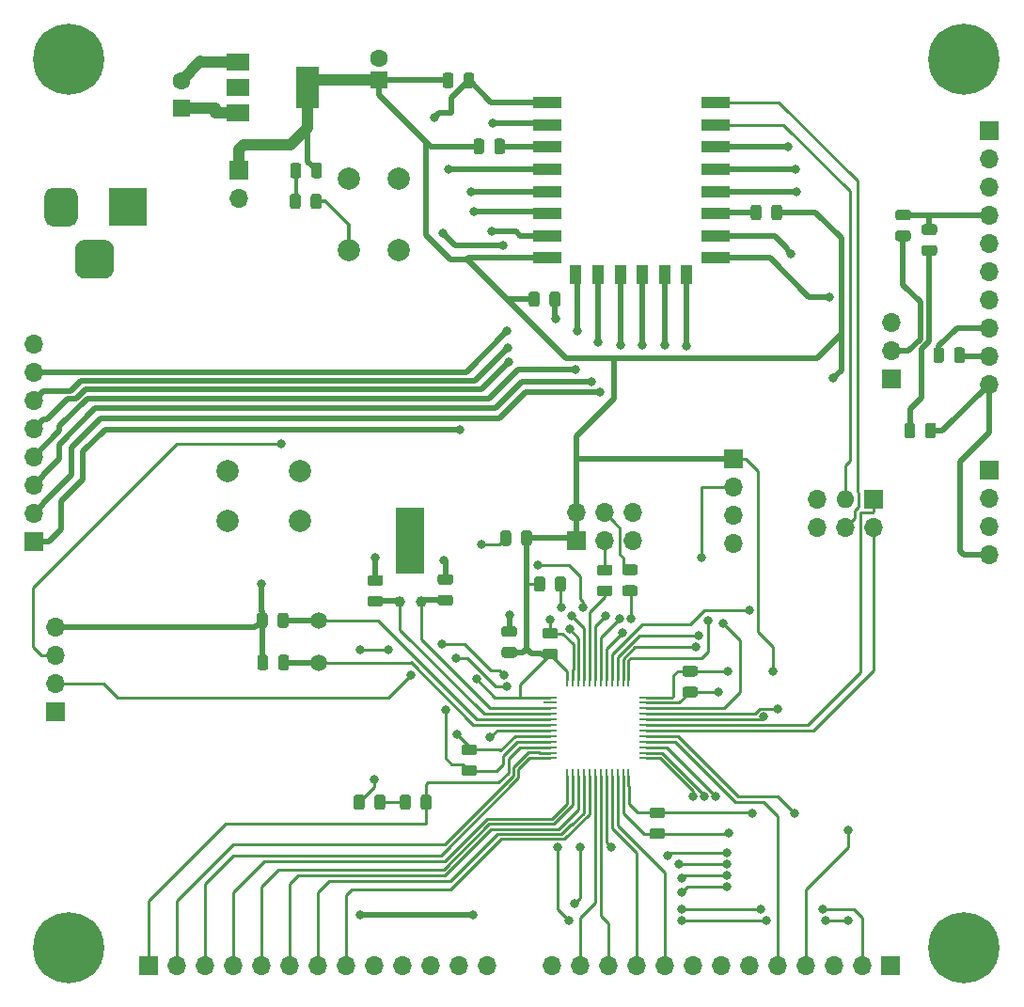
<source format=gbr>
G04 #@! TF.GenerationSoftware,KiCad,Pcbnew,(5.1.6)-1*
G04 #@! TF.CreationDate,2020-10-12T10:23:52+03:00*
G04 #@! TF.ProjectId,STM32_ESP8266_devboard,53544d33-325f-4455-9350-383236365f64,rev?*
G04 #@! TF.SameCoordinates,Original*
G04 #@! TF.FileFunction,Copper,L1,Top*
G04 #@! TF.FilePolarity,Positive*
%FSLAX46Y46*%
G04 Gerber Fmt 4.6, Leading zero omitted, Abs format (unit mm)*
G04 Created by KiCad (PCBNEW (5.1.6)-1) date 2020-10-12 10:23:52*
%MOMM*%
%LPD*%
G01*
G04 APERTURE LIST*
G04 #@! TA.AperFunction,SMDPad,CuDef*
%ADD10R,2.500000X1.000000*%
G04 #@! TD*
G04 #@! TA.AperFunction,SMDPad,CuDef*
%ADD11R,1.000000X1.800000*%
G04 #@! TD*
G04 #@! TA.AperFunction,ComponentPad*
%ADD12C,6.400000*%
G04 #@! TD*
G04 #@! TA.AperFunction,ComponentPad*
%ADD13R,1.600000X1.600000*%
G04 #@! TD*
G04 #@! TA.AperFunction,ComponentPad*
%ADD14C,1.600000*%
G04 #@! TD*
G04 #@! TA.AperFunction,ComponentPad*
%ADD15R,1.700000X1.700000*%
G04 #@! TD*
G04 #@! TA.AperFunction,ComponentPad*
%ADD16O,1.700000X1.700000*%
G04 #@! TD*
G04 #@! TA.AperFunction,ComponentPad*
%ADD17O,1.600000X1.600000*%
G04 #@! TD*
G04 #@! TA.AperFunction,ComponentPad*
%ADD18R,3.500000X3.500000*%
G04 #@! TD*
G04 #@! TA.AperFunction,ComponentPad*
%ADD19C,2.000000*%
G04 #@! TD*
G04 #@! TA.AperFunction,SMDPad,CuDef*
%ADD20R,1.300000X0.250000*%
G04 #@! TD*
G04 #@! TA.AperFunction,SMDPad,CuDef*
%ADD21R,0.250000X1.300000*%
G04 #@! TD*
G04 #@! TA.AperFunction,SMDPad,CuDef*
%ADD22R,2.000000X3.800000*%
G04 #@! TD*
G04 #@! TA.AperFunction,SMDPad,CuDef*
%ADD23R,2.000000X1.500000*%
G04 #@! TD*
G04 #@! TA.AperFunction,ComponentPad*
%ADD24C,1.500000*%
G04 #@! TD*
G04 #@! TA.AperFunction,ComponentPad*
%ADD25C,1.000000*%
G04 #@! TD*
G04 #@! TA.AperFunction,SMDPad,CuDef*
%ADD26R,2.500000X6.000000*%
G04 #@! TD*
G04 #@! TA.AperFunction,ViaPad*
%ADD27C,0.800000*%
G04 #@! TD*
G04 #@! TA.AperFunction,Conductor*
%ADD28C,0.500000*%
G04 #@! TD*
G04 #@! TA.AperFunction,Conductor*
%ADD29C,1.000000*%
G04 #@! TD*
G04 #@! TA.AperFunction,Conductor*
%ADD30C,0.250000*%
G04 #@! TD*
G04 #@! TA.AperFunction,Conductor*
%ADD31C,0.300000*%
G04 #@! TD*
G04 APERTURE END LIST*
D10*
X168200000Y-57900000D03*
X168200000Y-59900000D03*
X168200000Y-61900000D03*
X168200000Y-63900000D03*
X168200000Y-65900000D03*
X168200000Y-67900000D03*
X168200000Y-69900000D03*
X168200000Y-71900000D03*
D11*
X170800000Y-73400000D03*
X172800000Y-73400000D03*
X174800000Y-73400000D03*
X176800000Y-73400000D03*
X178800000Y-73400000D03*
X180800000Y-73400000D03*
D10*
X183400000Y-71900000D03*
X183400000Y-69900000D03*
X183400000Y-67900000D03*
X183400000Y-65900000D03*
X183400000Y-63900000D03*
X183400000Y-61900000D03*
X183400000Y-59900000D03*
X183400000Y-57900000D03*
D12*
X125095000Y-133985000D03*
X205740000Y-133985000D03*
X205740000Y-53975000D03*
G04 #@! TA.AperFunction,SMDPad,CuDef*
G36*
G01*
X160743750Y-115697500D02*
X161656250Y-115697500D01*
G75*
G02*
X161900000Y-115941250I0J-243750D01*
G01*
X161900000Y-116428750D01*
G75*
G02*
X161656250Y-116672500I-243750J0D01*
G01*
X160743750Y-116672500D01*
G75*
G02*
X160500000Y-116428750I0J243750D01*
G01*
X160500000Y-115941250D01*
G75*
G02*
X160743750Y-115697500I243750J0D01*
G01*
G37*
G04 #@! TD.AperFunction*
G04 #@! TA.AperFunction,SMDPad,CuDef*
G36*
G01*
X160743750Y-117572500D02*
X161656250Y-117572500D01*
G75*
G02*
X161900000Y-117816250I0J-243750D01*
G01*
X161900000Y-118303750D01*
G75*
G02*
X161656250Y-118547500I-243750J0D01*
G01*
X160743750Y-118547500D01*
G75*
G02*
X160500000Y-118303750I0J243750D01*
G01*
X160500000Y-117816250D01*
G75*
G02*
X160743750Y-117572500I243750J0D01*
G01*
G37*
G04 #@! TD.AperFunction*
G04 #@! TA.AperFunction,SMDPad,CuDef*
G36*
G01*
X144917500Y-104073750D02*
X144917500Y-104986250D01*
G75*
G02*
X144673750Y-105230000I-243750J0D01*
G01*
X144186250Y-105230000D01*
G75*
G02*
X143942500Y-104986250I0J243750D01*
G01*
X143942500Y-104073750D01*
G75*
G02*
X144186250Y-103830000I243750J0D01*
G01*
X144673750Y-103830000D01*
G75*
G02*
X144917500Y-104073750I0J-243750D01*
G01*
G37*
G04 #@! TD.AperFunction*
G04 #@! TA.AperFunction,SMDPad,CuDef*
G36*
G01*
X143042500Y-104073750D02*
X143042500Y-104986250D01*
G75*
G02*
X142798750Y-105230000I-243750J0D01*
G01*
X142311250Y-105230000D01*
G75*
G02*
X142067500Y-104986250I0J243750D01*
G01*
X142067500Y-104073750D01*
G75*
G02*
X142311250Y-103830000I243750J0D01*
G01*
X142798750Y-103830000D01*
G75*
G02*
X143042500Y-104073750I0J-243750D01*
G01*
G37*
G04 #@! TD.AperFunction*
G04 #@! TA.AperFunction,SMDPad,CuDef*
G36*
G01*
X181546250Y-111462500D02*
X180633750Y-111462500D01*
G75*
G02*
X180390000Y-111218750I0J243750D01*
G01*
X180390000Y-110731250D01*
G75*
G02*
X180633750Y-110487500I243750J0D01*
G01*
X181546250Y-110487500D01*
G75*
G02*
X181790000Y-110731250I0J-243750D01*
G01*
X181790000Y-111218750D01*
G75*
G02*
X181546250Y-111462500I-243750J0D01*
G01*
G37*
G04 #@! TD.AperFunction*
G04 #@! TA.AperFunction,SMDPad,CuDef*
G36*
G01*
X181546250Y-109587500D02*
X180633750Y-109587500D01*
G75*
G02*
X180390000Y-109343750I0J243750D01*
G01*
X180390000Y-108856250D01*
G75*
G02*
X180633750Y-108612500I243750J0D01*
G01*
X181546250Y-108612500D01*
G75*
G02*
X181790000Y-108856250I0J-243750D01*
G01*
X181790000Y-109343750D01*
G75*
G02*
X181546250Y-109587500I-243750J0D01*
G01*
G37*
G04 #@! TD.AperFunction*
G04 #@! TA.AperFunction,SMDPad,CuDef*
G36*
G01*
X144977500Y-107873750D02*
X144977500Y-108786250D01*
G75*
G02*
X144733750Y-109030000I-243750J0D01*
G01*
X144246250Y-109030000D01*
G75*
G02*
X144002500Y-108786250I0J243750D01*
G01*
X144002500Y-107873750D01*
G75*
G02*
X144246250Y-107630000I243750J0D01*
G01*
X144733750Y-107630000D01*
G75*
G02*
X144977500Y-107873750I0J-243750D01*
G01*
G37*
G04 #@! TD.AperFunction*
G04 #@! TA.AperFunction,SMDPad,CuDef*
G36*
G01*
X143102500Y-107873750D02*
X143102500Y-108786250D01*
G75*
G02*
X142858750Y-109030000I-243750J0D01*
G01*
X142371250Y-109030000D01*
G75*
G02*
X142127500Y-108786250I0J243750D01*
G01*
X142127500Y-107873750D01*
G75*
G02*
X142371250Y-107630000I243750J0D01*
G01*
X142858750Y-107630000D01*
G75*
G02*
X143102500Y-107873750I0J-243750D01*
G01*
G37*
G04 #@! TD.AperFunction*
G04 #@! TA.AperFunction,SMDPad,CuDef*
G36*
G01*
X168043750Y-107082500D02*
X168956250Y-107082500D01*
G75*
G02*
X169200000Y-107326250I0J-243750D01*
G01*
X169200000Y-107813750D01*
G75*
G02*
X168956250Y-108057500I-243750J0D01*
G01*
X168043750Y-108057500D01*
G75*
G02*
X167800000Y-107813750I0J243750D01*
G01*
X167800000Y-107326250D01*
G75*
G02*
X168043750Y-107082500I243750J0D01*
G01*
G37*
G04 #@! TD.AperFunction*
G04 #@! TA.AperFunction,SMDPad,CuDef*
G36*
G01*
X168043750Y-105207500D02*
X168956250Y-105207500D01*
G75*
G02*
X169200000Y-105451250I0J-243750D01*
G01*
X169200000Y-105938750D01*
G75*
G02*
X168956250Y-106182500I-243750J0D01*
G01*
X168043750Y-106182500D01*
G75*
G02*
X167800000Y-105938750I0J243750D01*
G01*
X167800000Y-105451250D01*
G75*
G02*
X168043750Y-105207500I243750J0D01*
G01*
G37*
G04 #@! TD.AperFunction*
G04 #@! TA.AperFunction,SMDPad,CuDef*
G36*
G01*
X164353750Y-105052500D02*
X165266250Y-105052500D01*
G75*
G02*
X165510000Y-105296250I0J-243750D01*
G01*
X165510000Y-105783750D01*
G75*
G02*
X165266250Y-106027500I-243750J0D01*
G01*
X164353750Y-106027500D01*
G75*
G02*
X164110000Y-105783750I0J243750D01*
G01*
X164110000Y-105296250D01*
G75*
G02*
X164353750Y-105052500I243750J0D01*
G01*
G37*
G04 #@! TD.AperFunction*
G04 #@! TA.AperFunction,SMDPad,CuDef*
G36*
G01*
X164353750Y-106927500D02*
X165266250Y-106927500D01*
G75*
G02*
X165510000Y-107171250I0J-243750D01*
G01*
X165510000Y-107658750D01*
G75*
G02*
X165266250Y-107902500I-243750J0D01*
G01*
X164353750Y-107902500D01*
G75*
G02*
X164110000Y-107658750I0J243750D01*
G01*
X164110000Y-107171250D01*
G75*
G02*
X164353750Y-106927500I243750J0D01*
G01*
G37*
G04 #@! TD.AperFunction*
G04 #@! TA.AperFunction,SMDPad,CuDef*
G36*
G01*
X159516250Y-101337500D02*
X158603750Y-101337500D01*
G75*
G02*
X158360000Y-101093750I0J243750D01*
G01*
X158360000Y-100606250D01*
G75*
G02*
X158603750Y-100362500I243750J0D01*
G01*
X159516250Y-100362500D01*
G75*
G02*
X159760000Y-100606250I0J-243750D01*
G01*
X159760000Y-101093750D01*
G75*
G02*
X159516250Y-101337500I-243750J0D01*
G01*
G37*
G04 #@! TD.AperFunction*
G04 #@! TA.AperFunction,SMDPad,CuDef*
G36*
G01*
X159516250Y-103212500D02*
X158603750Y-103212500D01*
G75*
G02*
X158360000Y-102968750I0J243750D01*
G01*
X158360000Y-102481250D01*
G75*
G02*
X158603750Y-102237500I243750J0D01*
G01*
X159516250Y-102237500D01*
G75*
G02*
X159760000Y-102481250I0J-243750D01*
G01*
X159760000Y-102968750D01*
G75*
G02*
X159516250Y-103212500I-243750J0D01*
G01*
G37*
G04 #@! TD.AperFunction*
G04 #@! TA.AperFunction,SMDPad,CuDef*
G36*
G01*
X178586250Y-122347500D02*
X177673750Y-122347500D01*
G75*
G02*
X177430000Y-122103750I0J243750D01*
G01*
X177430000Y-121616250D01*
G75*
G02*
X177673750Y-121372500I243750J0D01*
G01*
X178586250Y-121372500D01*
G75*
G02*
X178830000Y-121616250I0J-243750D01*
G01*
X178830000Y-122103750D01*
G75*
G02*
X178586250Y-122347500I-243750J0D01*
G01*
G37*
G04 #@! TD.AperFunction*
G04 #@! TA.AperFunction,SMDPad,CuDef*
G36*
G01*
X178586250Y-124222500D02*
X177673750Y-124222500D01*
G75*
G02*
X177430000Y-123978750I0J243750D01*
G01*
X177430000Y-123491250D01*
G75*
G02*
X177673750Y-123247500I243750J0D01*
G01*
X178586250Y-123247500D01*
G75*
G02*
X178830000Y-123491250I0J-243750D01*
G01*
X178830000Y-123978750D01*
G75*
G02*
X178586250Y-124222500I-243750J0D01*
G01*
G37*
G04 #@! TD.AperFunction*
G04 #@! TA.AperFunction,SMDPad,CuDef*
G36*
G01*
X153206250Y-103297500D02*
X152293750Y-103297500D01*
G75*
G02*
X152050000Y-103053750I0J243750D01*
G01*
X152050000Y-102566250D01*
G75*
G02*
X152293750Y-102322500I243750J0D01*
G01*
X153206250Y-102322500D01*
G75*
G02*
X153450000Y-102566250I0J-243750D01*
G01*
X153450000Y-103053750D01*
G75*
G02*
X153206250Y-103297500I-243750J0D01*
G01*
G37*
G04 #@! TD.AperFunction*
G04 #@! TA.AperFunction,SMDPad,CuDef*
G36*
G01*
X153206250Y-101422500D02*
X152293750Y-101422500D01*
G75*
G02*
X152050000Y-101178750I0J243750D01*
G01*
X152050000Y-100691250D01*
G75*
G02*
X152293750Y-100447500I243750J0D01*
G01*
X153206250Y-100447500D01*
G75*
G02*
X153450000Y-100691250I0J-243750D01*
G01*
X153450000Y-101178750D01*
G75*
G02*
X153206250Y-101422500I-243750J0D01*
G01*
G37*
G04 #@! TD.AperFunction*
G04 #@! TA.AperFunction,SMDPad,CuDef*
G36*
G01*
X168030000Y-100803750D02*
X168030000Y-101716250D01*
G75*
G02*
X167786250Y-101960000I-243750J0D01*
G01*
X167298750Y-101960000D01*
G75*
G02*
X167055000Y-101716250I0J243750D01*
G01*
X167055000Y-100803750D01*
G75*
G02*
X167298750Y-100560000I243750J0D01*
G01*
X167786250Y-100560000D01*
G75*
G02*
X168030000Y-100803750I0J-243750D01*
G01*
G37*
G04 #@! TD.AperFunction*
G04 #@! TA.AperFunction,SMDPad,CuDef*
G36*
G01*
X169905000Y-100803750D02*
X169905000Y-101716250D01*
G75*
G02*
X169661250Y-101960000I-243750J0D01*
G01*
X169173750Y-101960000D01*
G75*
G02*
X168930000Y-101716250I0J243750D01*
G01*
X168930000Y-100803750D01*
G75*
G02*
X169173750Y-100560000I243750J0D01*
G01*
X169661250Y-100560000D01*
G75*
G02*
X169905000Y-100803750I0J-243750D01*
G01*
G37*
G04 #@! TD.AperFunction*
D13*
X135255000Y-58420000D03*
D14*
X135255000Y-55920000D03*
D13*
X153035000Y-55880000D03*
D14*
X153035000Y-53880000D03*
G04 #@! TA.AperFunction,SMDPad,CuDef*
G36*
G01*
X167532500Y-75153750D02*
X167532500Y-76066250D01*
G75*
G02*
X167288750Y-76310000I-243750J0D01*
G01*
X166801250Y-76310000D01*
G75*
G02*
X166557500Y-76066250I0J243750D01*
G01*
X166557500Y-75153750D01*
G75*
G02*
X166801250Y-74910000I243750J0D01*
G01*
X167288750Y-74910000D01*
G75*
G02*
X167532500Y-75153750I0J-243750D01*
G01*
G37*
G04 #@! TD.AperFunction*
G04 #@! TA.AperFunction,SMDPad,CuDef*
G36*
G01*
X169407500Y-75153750D02*
X169407500Y-76066250D01*
G75*
G02*
X169163750Y-76310000I-243750J0D01*
G01*
X168676250Y-76310000D01*
G75*
G02*
X168432500Y-76066250I0J243750D01*
G01*
X168432500Y-75153750D01*
G75*
G02*
X168676250Y-74910000I243750J0D01*
G01*
X169163750Y-74910000D01*
G75*
G02*
X169407500Y-75153750I0J-243750D01*
G01*
G37*
G04 #@! TD.AperFunction*
G04 #@! TA.AperFunction,SMDPad,CuDef*
G36*
G01*
X147904500Y-66345750D02*
X147904500Y-67258250D01*
G75*
G02*
X147660750Y-67502000I-243750J0D01*
G01*
X147173250Y-67502000D01*
G75*
G02*
X146929500Y-67258250I0J243750D01*
G01*
X146929500Y-66345750D01*
G75*
G02*
X147173250Y-66102000I243750J0D01*
G01*
X147660750Y-66102000D01*
G75*
G02*
X147904500Y-66345750I0J-243750D01*
G01*
G37*
G04 #@! TD.AperFunction*
G04 #@! TA.AperFunction,SMDPad,CuDef*
G36*
G01*
X146029500Y-66345750D02*
X146029500Y-67258250D01*
G75*
G02*
X145785750Y-67502000I-243750J0D01*
G01*
X145298250Y-67502000D01*
G75*
G02*
X145054500Y-67258250I0J243750D01*
G01*
X145054500Y-66345750D01*
G75*
G02*
X145298250Y-66102000I243750J0D01*
G01*
X145785750Y-66102000D01*
G75*
G02*
X146029500Y-66345750I0J-243750D01*
G01*
G37*
G04 #@! TD.AperFunction*
G04 #@! TA.AperFunction,SMDPad,CuDef*
G36*
G01*
X152674500Y-121360250D02*
X152674500Y-120447750D01*
G75*
G02*
X152918250Y-120204000I243750J0D01*
G01*
X153405750Y-120204000D01*
G75*
G02*
X153649500Y-120447750I0J-243750D01*
G01*
X153649500Y-121360250D01*
G75*
G02*
X153405750Y-121604000I-243750J0D01*
G01*
X152918250Y-121604000D01*
G75*
G02*
X152674500Y-121360250I0J243750D01*
G01*
G37*
G04 #@! TD.AperFunction*
G04 #@! TA.AperFunction,SMDPad,CuDef*
G36*
G01*
X150799500Y-121360250D02*
X150799500Y-120447750D01*
G75*
G02*
X151043250Y-120204000I243750J0D01*
G01*
X151530750Y-120204000D01*
G75*
G02*
X151774500Y-120447750I0J-243750D01*
G01*
X151774500Y-121360250D01*
G75*
G02*
X151530750Y-121604000I-243750J0D01*
G01*
X151043250Y-121604000D01*
G75*
G02*
X150799500Y-121360250I0J243750D01*
G01*
G37*
G04 #@! TD.AperFunction*
G04 #@! TA.AperFunction,SMDPad,CuDef*
G36*
G01*
X203232500Y-86973750D02*
X203232500Y-87886250D01*
G75*
G02*
X202988750Y-88130000I-243750J0D01*
G01*
X202501250Y-88130000D01*
G75*
G02*
X202257500Y-87886250I0J243750D01*
G01*
X202257500Y-86973750D01*
G75*
G02*
X202501250Y-86730000I243750J0D01*
G01*
X202988750Y-86730000D01*
G75*
G02*
X203232500Y-86973750I0J-243750D01*
G01*
G37*
G04 #@! TD.AperFunction*
G04 #@! TA.AperFunction,SMDPad,CuDef*
G36*
G01*
X201357500Y-86973750D02*
X201357500Y-87886250D01*
G75*
G02*
X201113750Y-88130000I-243750J0D01*
G01*
X200626250Y-88130000D01*
G75*
G02*
X200382500Y-87886250I0J243750D01*
G01*
X200382500Y-86973750D01*
G75*
G02*
X200626250Y-86730000I243750J0D01*
G01*
X201113750Y-86730000D01*
G75*
G02*
X201357500Y-86973750I0J-243750D01*
G01*
G37*
G04 #@! TD.AperFunction*
D15*
X185000000Y-89990000D03*
D16*
X185000000Y-92530000D03*
X185000000Y-95070000D03*
X185000000Y-97610000D03*
D15*
X197600000Y-93600000D03*
D16*
X197600000Y-96140000D03*
D17*
X195060000Y-93600000D03*
D16*
X195060000Y-96140000D03*
X192520000Y-93600000D03*
X192520000Y-96140000D03*
D15*
X123952000Y-112776000D03*
D16*
X123952000Y-110236000D03*
X123952000Y-107696000D03*
X123952000Y-105156000D03*
D15*
X199136000Y-135636000D03*
D16*
X196596000Y-135636000D03*
X194056000Y-135636000D03*
X191516000Y-135636000D03*
X188976000Y-135636000D03*
X186436000Y-135636000D03*
X183896000Y-135636000D03*
X181356000Y-135636000D03*
X178816000Y-135636000D03*
X176276000Y-135636000D03*
X173736000Y-135636000D03*
X171196000Y-135636000D03*
X168656000Y-135636000D03*
X175930000Y-94850000D03*
X175930000Y-97390000D03*
X173390000Y-94850000D03*
X173390000Y-97390000D03*
X170850000Y-94850000D03*
D15*
X170850000Y-97390000D03*
D16*
X162814000Y-135636000D03*
X160274000Y-135636000D03*
X157734000Y-135636000D03*
X155194000Y-135636000D03*
X152654000Y-135636000D03*
X150114000Y-135636000D03*
X147574000Y-135636000D03*
X145034000Y-135636000D03*
X142494000Y-135636000D03*
X139954000Y-135636000D03*
X137414000Y-135636000D03*
X134874000Y-135636000D03*
D15*
X132334000Y-135636000D03*
D18*
X130460000Y-67310000D03*
G04 #@! TA.AperFunction,ComponentPad*
G36*
G01*
X122960000Y-68310000D02*
X122960000Y-66310000D01*
G75*
G02*
X123710000Y-65560000I750000J0D01*
G01*
X125210000Y-65560000D01*
G75*
G02*
X125960000Y-66310000I0J-750000D01*
G01*
X125960000Y-68310000D01*
G75*
G02*
X125210000Y-69060000I-750000J0D01*
G01*
X123710000Y-69060000D01*
G75*
G02*
X122960000Y-68310000I0J750000D01*
G01*
G37*
G04 #@! TD.AperFunction*
G04 #@! TA.AperFunction,ComponentPad*
G36*
G01*
X125710000Y-72885000D02*
X125710000Y-71135000D01*
G75*
G02*
X126585000Y-70260000I875000J0D01*
G01*
X128335000Y-70260000D01*
G75*
G02*
X129210000Y-71135000I0J-875000D01*
G01*
X129210000Y-72885000D01*
G75*
G02*
X128335000Y-73760000I-875000J0D01*
G01*
X126585000Y-73760000D01*
G75*
G02*
X125710000Y-72885000I0J875000D01*
G01*
G37*
G04 #@! TD.AperFunction*
D15*
X140462000Y-64008000D03*
D16*
X140462000Y-66548000D03*
D15*
X122000000Y-97400000D03*
D16*
X122000000Y-94860000D03*
X122000000Y-92320000D03*
X122000000Y-89780000D03*
X122000000Y-87240000D03*
X122000000Y-84700000D03*
X122000000Y-82160000D03*
X122000000Y-79620000D03*
D15*
X208000000Y-60400000D03*
D16*
X208000000Y-62940000D03*
X208000000Y-65480000D03*
X208000000Y-68020000D03*
X208000000Y-70560000D03*
X208000000Y-73100000D03*
X208000000Y-75640000D03*
X208000000Y-78180000D03*
X208000000Y-80720000D03*
X208000000Y-83260000D03*
D15*
X199200000Y-82830000D03*
D16*
X199200000Y-80290000D03*
X199200000Y-77750000D03*
X208000000Y-98620000D03*
X208000000Y-96080000D03*
X208000000Y-93540000D03*
D15*
X208000000Y-91000000D03*
G04 #@! TA.AperFunction,SMDPad,CuDef*
G36*
G01*
X164977500Y-96673750D02*
X164977500Y-97586250D01*
G75*
G02*
X164733750Y-97830000I-243750J0D01*
G01*
X164246250Y-97830000D01*
G75*
G02*
X164002500Y-97586250I0J243750D01*
G01*
X164002500Y-96673750D01*
G75*
G02*
X164246250Y-96430000I243750J0D01*
G01*
X164733750Y-96430000D01*
G75*
G02*
X164977500Y-96673750I0J-243750D01*
G01*
G37*
G04 #@! TD.AperFunction*
G04 #@! TA.AperFunction,SMDPad,CuDef*
G36*
G01*
X166852500Y-96673750D02*
X166852500Y-97586250D01*
G75*
G02*
X166608750Y-97830000I-243750J0D01*
G01*
X166121250Y-97830000D01*
G75*
G02*
X165877500Y-97586250I0J243750D01*
G01*
X165877500Y-96673750D01*
G75*
G02*
X166121250Y-96430000I243750J0D01*
G01*
X166608750Y-96430000D01*
G75*
G02*
X166852500Y-96673750I0J-243750D01*
G01*
G37*
G04 #@! TD.AperFunction*
G04 #@! TA.AperFunction,SMDPad,CuDef*
G36*
G01*
X173866250Y-100487500D02*
X172953750Y-100487500D01*
G75*
G02*
X172710000Y-100243750I0J243750D01*
G01*
X172710000Y-99756250D01*
G75*
G02*
X172953750Y-99512500I243750J0D01*
G01*
X173866250Y-99512500D01*
G75*
G02*
X174110000Y-99756250I0J-243750D01*
G01*
X174110000Y-100243750D01*
G75*
G02*
X173866250Y-100487500I-243750J0D01*
G01*
G37*
G04 #@! TD.AperFunction*
G04 #@! TA.AperFunction,SMDPad,CuDef*
G36*
G01*
X173866250Y-102362500D02*
X172953750Y-102362500D01*
G75*
G02*
X172710000Y-102118750I0J243750D01*
G01*
X172710000Y-101631250D01*
G75*
G02*
X172953750Y-101387500I243750J0D01*
G01*
X173866250Y-101387500D01*
G75*
G02*
X174110000Y-101631250I0J-243750D01*
G01*
X174110000Y-102118750D01*
G75*
G02*
X173866250Y-102362500I-243750J0D01*
G01*
G37*
G04 #@! TD.AperFunction*
G04 #@! TA.AperFunction,SMDPad,CuDef*
G36*
G01*
X175223750Y-99497500D02*
X176136250Y-99497500D01*
G75*
G02*
X176380000Y-99741250I0J-243750D01*
G01*
X176380000Y-100228750D01*
G75*
G02*
X176136250Y-100472500I-243750J0D01*
G01*
X175223750Y-100472500D01*
G75*
G02*
X174980000Y-100228750I0J243750D01*
G01*
X174980000Y-99741250D01*
G75*
G02*
X175223750Y-99497500I243750J0D01*
G01*
G37*
G04 #@! TD.AperFunction*
G04 #@! TA.AperFunction,SMDPad,CuDef*
G36*
G01*
X175223750Y-101372500D02*
X176136250Y-101372500D01*
G75*
G02*
X176380000Y-101616250I0J-243750D01*
G01*
X176380000Y-102103750D01*
G75*
G02*
X176136250Y-102347500I-243750J0D01*
G01*
X175223750Y-102347500D01*
G75*
G02*
X174980000Y-102103750I0J243750D01*
G01*
X174980000Y-101616250D01*
G75*
G02*
X175223750Y-101372500I243750J0D01*
G01*
G37*
G04 #@! TD.AperFunction*
G04 #@! TA.AperFunction,SMDPad,CuDef*
G36*
G01*
X147945000Y-63563750D02*
X147945000Y-64476250D01*
G75*
G02*
X147701250Y-64720000I-243750J0D01*
G01*
X147213750Y-64720000D01*
G75*
G02*
X146970000Y-64476250I0J243750D01*
G01*
X146970000Y-63563750D01*
G75*
G02*
X147213750Y-63320000I243750J0D01*
G01*
X147701250Y-63320000D01*
G75*
G02*
X147945000Y-63563750I0J-243750D01*
G01*
G37*
G04 #@! TD.AperFunction*
G04 #@! TA.AperFunction,SMDPad,CuDef*
G36*
G01*
X146070000Y-63563750D02*
X146070000Y-64476250D01*
G75*
G02*
X145826250Y-64720000I-243750J0D01*
G01*
X145338750Y-64720000D01*
G75*
G02*
X145095000Y-64476250I0J243750D01*
G01*
X145095000Y-63563750D01*
G75*
G02*
X145338750Y-63320000I243750J0D01*
G01*
X145826250Y-63320000D01*
G75*
G02*
X146070000Y-63563750I0J-243750D01*
G01*
G37*
G04 #@! TD.AperFunction*
G04 #@! TA.AperFunction,SMDPad,CuDef*
G36*
G01*
X162562500Y-61393750D02*
X162562500Y-62306250D01*
G75*
G02*
X162318750Y-62550000I-243750J0D01*
G01*
X161831250Y-62550000D01*
G75*
G02*
X161587500Y-62306250I0J243750D01*
G01*
X161587500Y-61393750D01*
G75*
G02*
X161831250Y-61150000I243750J0D01*
G01*
X162318750Y-61150000D01*
G75*
G02*
X162562500Y-61393750I0J-243750D01*
G01*
G37*
G04 #@! TD.AperFunction*
G04 #@! TA.AperFunction,SMDPad,CuDef*
G36*
G01*
X164437500Y-61393750D02*
X164437500Y-62306250D01*
G75*
G02*
X164193750Y-62550000I-243750J0D01*
G01*
X163706250Y-62550000D01*
G75*
G02*
X163462500Y-62306250I0J243750D01*
G01*
X163462500Y-61393750D01*
G75*
G02*
X163706250Y-61150000I243750J0D01*
G01*
X164193750Y-61150000D01*
G75*
G02*
X164437500Y-61393750I0J-243750D01*
G01*
G37*
G04 #@! TD.AperFunction*
G04 #@! TA.AperFunction,SMDPad,CuDef*
G36*
G01*
X158812500Y-56356250D02*
X158812500Y-55443750D01*
G75*
G02*
X159056250Y-55200000I243750J0D01*
G01*
X159543750Y-55200000D01*
G75*
G02*
X159787500Y-55443750I0J-243750D01*
G01*
X159787500Y-56356250D01*
G75*
G02*
X159543750Y-56600000I-243750J0D01*
G01*
X159056250Y-56600000D01*
G75*
G02*
X158812500Y-56356250I0J243750D01*
G01*
G37*
G04 #@! TD.AperFunction*
G04 #@! TA.AperFunction,SMDPad,CuDef*
G36*
G01*
X160687500Y-56356250D02*
X160687500Y-55443750D01*
G75*
G02*
X160931250Y-55200000I243750J0D01*
G01*
X161418750Y-55200000D01*
G75*
G02*
X161662500Y-55443750I0J-243750D01*
G01*
X161662500Y-56356250D01*
G75*
G02*
X161418750Y-56600000I-243750J0D01*
G01*
X160931250Y-56600000D01*
G75*
G02*
X160687500Y-56356250I0J243750D01*
G01*
G37*
G04 #@! TD.AperFunction*
G04 #@! TA.AperFunction,SMDPad,CuDef*
G36*
G01*
X189387500Y-67343750D02*
X189387500Y-68256250D01*
G75*
G02*
X189143750Y-68500000I-243750J0D01*
G01*
X188656250Y-68500000D01*
G75*
G02*
X188412500Y-68256250I0J243750D01*
G01*
X188412500Y-67343750D01*
G75*
G02*
X188656250Y-67100000I243750J0D01*
G01*
X189143750Y-67100000D01*
G75*
G02*
X189387500Y-67343750I0J-243750D01*
G01*
G37*
G04 #@! TD.AperFunction*
G04 #@! TA.AperFunction,SMDPad,CuDef*
G36*
G01*
X187512500Y-67343750D02*
X187512500Y-68256250D01*
G75*
G02*
X187268750Y-68500000I-243750J0D01*
G01*
X186781250Y-68500000D01*
G75*
G02*
X186537500Y-68256250I0J243750D01*
G01*
X186537500Y-67343750D01*
G75*
G02*
X186781250Y-67100000I243750J0D01*
G01*
X187268750Y-67100000D01*
G75*
G02*
X187512500Y-67343750I0J-243750D01*
G01*
G37*
G04 #@! TD.AperFunction*
G04 #@! TA.AperFunction,SMDPad,CuDef*
G36*
G01*
X200726250Y-70392500D02*
X199813750Y-70392500D01*
G75*
G02*
X199570000Y-70148750I0J243750D01*
G01*
X199570000Y-69661250D01*
G75*
G02*
X199813750Y-69417500I243750J0D01*
G01*
X200726250Y-69417500D01*
G75*
G02*
X200970000Y-69661250I0J-243750D01*
G01*
X200970000Y-70148750D01*
G75*
G02*
X200726250Y-70392500I-243750J0D01*
G01*
G37*
G04 #@! TD.AperFunction*
G04 #@! TA.AperFunction,SMDPad,CuDef*
G36*
G01*
X200726250Y-68517500D02*
X199813750Y-68517500D01*
G75*
G02*
X199570000Y-68273750I0J243750D01*
G01*
X199570000Y-67786250D01*
G75*
G02*
X199813750Y-67542500I243750J0D01*
G01*
X200726250Y-67542500D01*
G75*
G02*
X200970000Y-67786250I0J-243750D01*
G01*
X200970000Y-68273750D01*
G75*
G02*
X200726250Y-68517500I-243750J0D01*
G01*
G37*
G04 #@! TD.AperFunction*
G04 #@! TA.AperFunction,SMDPad,CuDef*
G36*
G01*
X203962500Y-80193750D02*
X203962500Y-81106250D01*
G75*
G02*
X203718750Y-81350000I-243750J0D01*
G01*
X203231250Y-81350000D01*
G75*
G02*
X202987500Y-81106250I0J243750D01*
G01*
X202987500Y-80193750D01*
G75*
G02*
X203231250Y-79950000I243750J0D01*
G01*
X203718750Y-79950000D01*
G75*
G02*
X203962500Y-80193750I0J-243750D01*
G01*
G37*
G04 #@! TD.AperFunction*
G04 #@! TA.AperFunction,SMDPad,CuDef*
G36*
G01*
X205837500Y-80193750D02*
X205837500Y-81106250D01*
G75*
G02*
X205593750Y-81350000I-243750J0D01*
G01*
X205106250Y-81350000D01*
G75*
G02*
X204862500Y-81106250I0J243750D01*
G01*
X204862500Y-80193750D01*
G75*
G02*
X205106250Y-79950000I243750J0D01*
G01*
X205593750Y-79950000D01*
G75*
G02*
X205837500Y-80193750I0J-243750D01*
G01*
G37*
G04 #@! TD.AperFunction*
G04 #@! TA.AperFunction,SMDPad,CuDef*
G36*
G01*
X155935500Y-120447750D02*
X155935500Y-121360250D01*
G75*
G02*
X155691750Y-121604000I-243750J0D01*
G01*
X155204250Y-121604000D01*
G75*
G02*
X154960500Y-121360250I0J243750D01*
G01*
X154960500Y-120447750D01*
G75*
G02*
X155204250Y-120204000I243750J0D01*
G01*
X155691750Y-120204000D01*
G75*
G02*
X155935500Y-120447750I0J-243750D01*
G01*
G37*
G04 #@! TD.AperFunction*
G04 #@! TA.AperFunction,SMDPad,CuDef*
G36*
G01*
X157810500Y-120447750D02*
X157810500Y-121360250D01*
G75*
G02*
X157566750Y-121604000I-243750J0D01*
G01*
X157079250Y-121604000D01*
G75*
G02*
X156835500Y-121360250I0J243750D01*
G01*
X156835500Y-120447750D01*
G75*
G02*
X157079250Y-120204000I243750J0D01*
G01*
X157566750Y-120204000D01*
G75*
G02*
X157810500Y-120447750I0J-243750D01*
G01*
G37*
G04 #@! TD.AperFunction*
G04 #@! TA.AperFunction,SMDPad,CuDef*
G36*
G01*
X202172250Y-68854500D02*
X203084750Y-68854500D01*
G75*
G02*
X203328500Y-69098250I0J-243750D01*
G01*
X203328500Y-69585750D01*
G75*
G02*
X203084750Y-69829500I-243750J0D01*
G01*
X202172250Y-69829500D01*
G75*
G02*
X201928500Y-69585750I0J243750D01*
G01*
X201928500Y-69098250D01*
G75*
G02*
X202172250Y-68854500I243750J0D01*
G01*
G37*
G04 #@! TD.AperFunction*
G04 #@! TA.AperFunction,SMDPad,CuDef*
G36*
G01*
X202172250Y-70729500D02*
X203084750Y-70729500D01*
G75*
G02*
X203328500Y-70973250I0J-243750D01*
G01*
X203328500Y-71460750D01*
G75*
G02*
X203084750Y-71704500I-243750J0D01*
G01*
X202172250Y-71704500D01*
G75*
G02*
X201928500Y-71460750I0J243750D01*
G01*
X201928500Y-70973250D01*
G75*
G02*
X202172250Y-70729500I243750J0D01*
G01*
G37*
G04 #@! TD.AperFunction*
D19*
X139480000Y-95580000D03*
X139480000Y-91080000D03*
X145980000Y-95580000D03*
X145980000Y-91080000D03*
X150325000Y-64725000D03*
X154825000Y-64725000D03*
X150325000Y-71225000D03*
X154825000Y-71225000D03*
D20*
X168450000Y-111450000D03*
X168450000Y-111950000D03*
X168450000Y-112450000D03*
X168450000Y-112950000D03*
X168450000Y-113450000D03*
X168450000Y-113950000D03*
X168450000Y-114450000D03*
X168450000Y-114950000D03*
X168450000Y-115450000D03*
X168450000Y-115950000D03*
X168450000Y-116450000D03*
X168450000Y-116950000D03*
D21*
X170050000Y-118550000D03*
X170550000Y-118550000D03*
X171050000Y-118550000D03*
X171550000Y-118550000D03*
X172050000Y-118550000D03*
X172550000Y-118550000D03*
X173050000Y-118550000D03*
X173550000Y-118550000D03*
X174050000Y-118550000D03*
X174550000Y-118550000D03*
X175050000Y-118550000D03*
X175550000Y-118550000D03*
D20*
X177150000Y-116950000D03*
X177150000Y-116450000D03*
X177150000Y-115950000D03*
X177150000Y-115450000D03*
X177150000Y-114950000D03*
X177150000Y-114450000D03*
X177150000Y-113950000D03*
X177150000Y-113450000D03*
X177150000Y-112950000D03*
X177150000Y-112450000D03*
X177150000Y-111950000D03*
X177150000Y-111450000D03*
D21*
X175550000Y-109850000D03*
X175050000Y-109850000D03*
X174550000Y-109850000D03*
X174050000Y-109850000D03*
X173550000Y-109850000D03*
X173050000Y-109850000D03*
X172550000Y-109850000D03*
X172050000Y-109850000D03*
X171550000Y-109850000D03*
X171050000Y-109850000D03*
X170550000Y-109850000D03*
X170050000Y-109850000D03*
D22*
X146660000Y-56515000D03*
D23*
X140360000Y-56515000D03*
X140360000Y-58815000D03*
X140360000Y-54215000D03*
D24*
X147650000Y-108320000D03*
X147650000Y-104520000D03*
D12*
X125095000Y-53975000D03*
D25*
X156850000Y-102840000D03*
X154950000Y-102840000D03*
D26*
X155900000Y-97340000D03*
D27*
X193600000Y-75400000D03*
X164225000Y-70800000D03*
X158825000Y-69700000D03*
X168960000Y-77380000D03*
X142520000Y-101240000D03*
X152770000Y-98880000D03*
X158950000Y-99150000D03*
X183630000Y-111000000D03*
X168490000Y-104450000D03*
X160090000Y-114760000D03*
X184570000Y-123700000D03*
X169540000Y-103400000D03*
X164850000Y-104040000D03*
X152654000Y-118872000D03*
X161544000Y-131064000D03*
X151384000Y-131064000D03*
X194000000Y-82700000D03*
X184480000Y-109110000D03*
X188530000Y-109090000D03*
X186680000Y-121880000D03*
X159060000Y-112590000D03*
X161870000Y-109810000D03*
X184060000Y-104760000D03*
X182690000Y-104550000D03*
X182140000Y-98860000D03*
X182372000Y-120396000D03*
X183388000Y-120396000D03*
X181864000Y-105918000D03*
X186436000Y-103632000D03*
X195326000Y-123444000D03*
X175001347Y-105659347D03*
X171196000Y-124968000D03*
X170688000Y-130048000D03*
X180340000Y-130556000D03*
X187452000Y-130556000D03*
X193040000Y-130556000D03*
X174752000Y-104394000D03*
X169164000Y-124968000D03*
X170180000Y-131572000D03*
X180340000Y-131572000D03*
X187960000Y-131572000D03*
X193294000Y-131572000D03*
X195326000Y-131572000D03*
X173482000Y-104140000D03*
X171450000Y-103400000D03*
X167386000Y-99568000D03*
X144272000Y-88646000D03*
X170434000Y-104140000D03*
X164338000Y-109474000D03*
X158750000Y-106680000D03*
X153924000Y-107188000D03*
X151384000Y-107188000D03*
X170281461Y-105346156D03*
X164592000Y-110490000D03*
X160020000Y-107950000D03*
X155956000Y-109474000D03*
X181356000Y-120396000D03*
X181610000Y-106934000D03*
X184404000Y-128524000D03*
X180340000Y-129032000D03*
X188976000Y-112522000D03*
X184404000Y-127508000D03*
X180340000Y-127762000D03*
X187706000Y-113225000D03*
X184404000Y-126492000D03*
X180086000Y-126492000D03*
X190500000Y-121920000D03*
X184404000Y-125476000D03*
X179070000Y-125730000D03*
X160350000Y-87325000D03*
X163325000Y-59775000D03*
X164800000Y-81225000D03*
X174800000Y-79725000D03*
X170750000Y-81975000D03*
X176800000Y-79750000D03*
X164600000Y-78500000D03*
X170900000Y-78500000D03*
X164650000Y-80000000D03*
X172800000Y-79500000D03*
X172200000Y-83050000D03*
X178800000Y-79775000D03*
X172975000Y-84000000D03*
X180775000Y-79850000D03*
X159300000Y-63900000D03*
X189900000Y-61900000D03*
X190600000Y-63900000D03*
X190700000Y-65900000D03*
X161400000Y-65900000D03*
X161600000Y-67700000D03*
X163200000Y-69500000D03*
X190200000Y-71500000D03*
X163090000Y-115070000D03*
X162340000Y-97700000D03*
X173990000Y-124968000D03*
X175768000Y-104394000D03*
X158075000Y-59250000D03*
D28*
X193600000Y-75400000D02*
X191800000Y-75400000D01*
X188300000Y-71900000D02*
X183400000Y-71900000D01*
X191800000Y-75400000D02*
X188300000Y-71900000D01*
D29*
X135255000Y-55920000D02*
X136975000Y-54200000D01*
X136990000Y-54215000D02*
X140360000Y-54215000D01*
X136975000Y-54200000D02*
X136990000Y-54215000D01*
D28*
X208000000Y-98620000D02*
X205720000Y-98620000D01*
X205720000Y-98620000D02*
X205400000Y-98300000D01*
X205400000Y-98300000D02*
X205400000Y-90200000D01*
X208000000Y-87600000D02*
X208000000Y-83260000D01*
X205400000Y-90200000D02*
X208000000Y-87600000D01*
X164225000Y-70800000D02*
X159925000Y-70800000D01*
X159925000Y-70800000D02*
X158825000Y-69700000D01*
X168920000Y-75610000D02*
X168920000Y-77340000D01*
X168920000Y-77340000D02*
X168960000Y-77380000D01*
X142615000Y-104590000D02*
X142555000Y-104530000D01*
X142615000Y-108330000D02*
X142615000Y-104590000D01*
X142555000Y-103730000D02*
X142520000Y-103695000D01*
X142555000Y-104530000D02*
X142555000Y-103730000D01*
X142520000Y-103695000D02*
X142520000Y-101240000D01*
X152750000Y-100935000D02*
X152750000Y-98900000D01*
X152750000Y-98900000D02*
X152770000Y-98880000D01*
X159060000Y-100850000D02*
X159060000Y-99260000D01*
X159060000Y-99260000D02*
X158950000Y-99150000D01*
D30*
X170550000Y-108950000D02*
X170560000Y-108940000D01*
X170550000Y-109850000D02*
X170550000Y-108950000D01*
X170560000Y-108940000D02*
X170560000Y-106650000D01*
X169605000Y-105695000D02*
X168500000Y-105695000D01*
X170560000Y-106650000D02*
X169605000Y-105695000D01*
X163945000Y-116185000D02*
X161200000Y-116185000D01*
X164010000Y-116250000D02*
X163945000Y-116185000D01*
X168450000Y-114950000D02*
X165310000Y-114950000D01*
X165310000Y-114950000D02*
X164010000Y-116250000D01*
X180115000Y-111950000D02*
X181090000Y-110975000D01*
X177150000Y-111950000D02*
X180115000Y-111950000D01*
X181090000Y-110975000D02*
X183605000Y-110975000D01*
X183605000Y-110975000D02*
X183630000Y-111000000D01*
X168500000Y-105695000D02*
X168500000Y-104460000D01*
X168500000Y-104460000D02*
X168490000Y-104450000D01*
X161200000Y-116185000D02*
X161200000Y-115870000D01*
X161200000Y-115870000D02*
X160090000Y-114760000D01*
X175050000Y-118550000D02*
X175050000Y-121870000D01*
X176915000Y-123735000D02*
X178130000Y-123735000D01*
X175050000Y-121870000D02*
X176915000Y-123735000D01*
X178130000Y-123735000D02*
X184535000Y-123735000D01*
X184535000Y-123735000D02*
X184570000Y-123700000D01*
D28*
X205420000Y-80720000D02*
X205350000Y-80650000D01*
X208000000Y-80720000D02*
X205420000Y-80720000D01*
D30*
X169417500Y-103277500D02*
X169540000Y-103400000D01*
X169417500Y-101260000D02*
X169417500Y-103277500D01*
D28*
X203830000Y-87430000D02*
X208000000Y-83260000D01*
X202745000Y-87430000D02*
X203830000Y-87430000D01*
X164810000Y-105540000D02*
X164810000Y-104080000D01*
X164810000Y-104080000D02*
X164850000Y-104040000D01*
D31*
X150325000Y-69810787D02*
X150325000Y-71225000D01*
X150325000Y-68879000D02*
X150325000Y-69810787D01*
X148248000Y-66802000D02*
X150325000Y-68879000D01*
X147417000Y-66802000D02*
X148248000Y-66802000D01*
D30*
X151287000Y-120904000D02*
X152654000Y-119537000D01*
X152654000Y-119537000D02*
X152654000Y-118872000D01*
D28*
X141929000Y-105156000D02*
X142555000Y-104530000D01*
X123952000Y-105156000D02*
X141929000Y-105156000D01*
X161544000Y-131064000D02*
X151384000Y-131064000D01*
X188900000Y-67800000D02*
X192400000Y-67800000D01*
X192400000Y-67800000D02*
X194700000Y-70100000D01*
X194700000Y-70100000D02*
X194700000Y-78700000D01*
X194700000Y-78700000D02*
X192500000Y-80900000D01*
X161100000Y-71900000D02*
X168200000Y-71900000D01*
X161000000Y-72000000D02*
X161100000Y-71900000D01*
D29*
X147295000Y-55880000D02*
X146660000Y-56515000D01*
X153035000Y-55880000D02*
X147295000Y-55880000D01*
D28*
X194700000Y-78700000D02*
X194700000Y-82000000D01*
X194700000Y-82000000D02*
X194000000Y-82700000D01*
X153035000Y-55880000D02*
X153035000Y-57180000D01*
X157300000Y-61445000D02*
X157300000Y-69800000D01*
X159500000Y-72000000D02*
X161000000Y-72000000D01*
X157300000Y-69800000D02*
X159500000Y-72000000D01*
X157705000Y-61850000D02*
X153255000Y-57400000D01*
X162075000Y-61850000D02*
X157705000Y-61850000D01*
X153035000Y-57180000D02*
X153255000Y-57400000D01*
X153255000Y-57400000D02*
X157300000Y-61445000D01*
X153055000Y-55900000D02*
X153035000Y-55880000D01*
X159300000Y-55900000D02*
X153055000Y-55900000D01*
X166447500Y-75600000D02*
X164600000Y-75600000D01*
X166457500Y-75610000D02*
X166447500Y-75600000D01*
X167045000Y-75610000D02*
X166457500Y-75610000D01*
X169900000Y-80900000D02*
X164600000Y-75600000D01*
X164600000Y-75600000D02*
X161000000Y-72000000D01*
X170850000Y-97390000D02*
X170850000Y-94850000D01*
X174270000Y-84540000D02*
X174270000Y-80900000D01*
X170850000Y-87960000D02*
X174270000Y-84540000D01*
X192500000Y-80900000D02*
X174270000Y-80900000D01*
X174270000Y-80900000D02*
X169900000Y-80900000D01*
X170930000Y-89990000D02*
X170850000Y-89910000D01*
X185000000Y-89990000D02*
X170930000Y-89990000D01*
X170850000Y-94850000D02*
X170850000Y-89910000D01*
X170850000Y-89910000D02*
X170850000Y-87960000D01*
D30*
X170050000Y-109325000D02*
X170040000Y-109315000D01*
X170050000Y-109850000D02*
X170050000Y-109325000D01*
X170040000Y-109110000D02*
X168500000Y-107570000D01*
X170040000Y-109315000D02*
X170040000Y-109110000D01*
X163680000Y-118060000D02*
X161200000Y-118060000D01*
X163690000Y-118070000D02*
X163680000Y-118060000D01*
X164280000Y-117480000D02*
X163690000Y-118070000D01*
X164280000Y-116730000D02*
X164280000Y-117480000D01*
X168450000Y-115450000D02*
X165560000Y-115450000D01*
X165560000Y-115450000D02*
X164280000Y-116730000D01*
X177150000Y-111450000D02*
X179460000Y-111450000D01*
X179460000Y-111450000D02*
X179610000Y-111300000D01*
X179610000Y-111300000D02*
X179610000Y-109490000D01*
X180000000Y-109100000D02*
X181090000Y-109100000D01*
X179610000Y-109490000D02*
X180000000Y-109100000D01*
X181090000Y-109100000D02*
X184470000Y-109100000D01*
X184470000Y-109100000D02*
X184480000Y-109110000D01*
X188530000Y-109090000D02*
X188530000Y-106890000D01*
X188530000Y-106890000D02*
X187200000Y-105560000D01*
X186100000Y-89990000D02*
X185000000Y-89990000D01*
X187200000Y-91090000D02*
X186100000Y-89990000D01*
X187200000Y-105560000D02*
X187200000Y-91090000D01*
X176390000Y-121860000D02*
X178130000Y-121860000D01*
X175560000Y-121030000D02*
X176390000Y-121860000D01*
X175560000Y-119460000D02*
X175560000Y-121030000D01*
X175550000Y-118550000D02*
X175550000Y-119450000D01*
X175550000Y-119450000D02*
X175560000Y-119460000D01*
X163510000Y-111450000D02*
X168450000Y-111450000D01*
X178130000Y-121860000D02*
X186660000Y-121860000D01*
X186660000Y-121860000D02*
X186680000Y-121880000D01*
D28*
X170590000Y-97130000D02*
X170850000Y-97390000D01*
X166365000Y-97130000D02*
X170590000Y-97130000D01*
X167700000Y-107570000D02*
X167680000Y-107550000D01*
X168500000Y-107570000D02*
X167700000Y-107570000D01*
X167680000Y-107550000D02*
X166800000Y-107550000D01*
X166800000Y-107550000D02*
X166365000Y-107115000D01*
D30*
X163510000Y-111450000D02*
X165760000Y-111450000D01*
X165760000Y-110310000D02*
X168500000Y-107570000D01*
X165760000Y-111450000D02*
X165760000Y-110310000D01*
X166955000Y-101260000D02*
X166365000Y-101260000D01*
X167542500Y-101260000D02*
X166955000Y-101260000D01*
D28*
X166365000Y-107115000D02*
X166365000Y-101260000D01*
X166365000Y-101260000D02*
X166365000Y-97130000D01*
X166065000Y-107415000D02*
X166365000Y-107115000D01*
X164810000Y-107415000D02*
X166065000Y-107415000D01*
D29*
X140462000Y-62158000D02*
X140898000Y-61722000D01*
X140462000Y-64008000D02*
X140462000Y-62158000D01*
X145136000Y-61722000D02*
X146660000Y-60198000D01*
X140898000Y-61722000D02*
X145136000Y-61722000D01*
X146660000Y-59944000D02*
X146660000Y-56515000D01*
D31*
X146660000Y-59944000D02*
X146660000Y-60198000D01*
D28*
X146660000Y-63222500D02*
X147457500Y-64020000D01*
X146660000Y-60198000D02*
X146660000Y-63222500D01*
D30*
X161870000Y-109810000D02*
X163510000Y-111450000D01*
X159060000Y-116940000D02*
X159060000Y-112590000D01*
X159623763Y-117503763D02*
X159060000Y-116940000D01*
X161200000Y-118060000D02*
X160643763Y-117503763D01*
X160643763Y-117503763D02*
X159623763Y-117503763D01*
X152955650Y-104520000D02*
X147650000Y-104520000D01*
X168450000Y-113450000D02*
X161885650Y-113450000D01*
X161885650Y-113450000D02*
X152955650Y-104520000D01*
D28*
X144440000Y-104520000D02*
X144430000Y-104530000D01*
X147650000Y-104520000D02*
X144440000Y-104520000D01*
D30*
X168450000Y-113950000D02*
X161570000Y-113950000D01*
X161570000Y-113950000D02*
X155930000Y-108310000D01*
X155920000Y-108320000D02*
X147650000Y-108320000D01*
X155930000Y-108310000D02*
X155920000Y-108320000D01*
D28*
X144500000Y-108320000D02*
X144490000Y-108330000D01*
X147650000Y-108320000D02*
X144500000Y-108320000D01*
X156965000Y-102725000D02*
X156850000Y-102840000D01*
X159060000Y-102725000D02*
X156965000Y-102725000D01*
D30*
X156850000Y-102840000D02*
X156850000Y-106210000D01*
X163090000Y-112450000D02*
X168450000Y-112450000D01*
X156850000Y-106210000D02*
X163090000Y-112450000D01*
D28*
X154920000Y-102810000D02*
X154950000Y-102840000D01*
X152750000Y-102810000D02*
X154920000Y-102810000D01*
D30*
X168450000Y-112950000D02*
X162530000Y-112950000D01*
X154950000Y-105370000D02*
X154950000Y-102840000D01*
X162530000Y-112950000D02*
X154950000Y-105370000D01*
D29*
X135255000Y-58420000D02*
X138320000Y-58420000D01*
X138360000Y-58815000D02*
X140360000Y-58815000D01*
X138320000Y-58775000D02*
X138360000Y-58815000D01*
X138320000Y-58420000D02*
X138320000Y-58775000D01*
D31*
X145582500Y-66761500D02*
X145542000Y-66802000D01*
X145582500Y-64020000D02*
X145582500Y-66761500D01*
D30*
X155448000Y-120904000D02*
X153162000Y-120904000D01*
D28*
X200870000Y-85515000D02*
X200870000Y-87430000D01*
X201930000Y-84455000D02*
X200870000Y-85515000D01*
X201930000Y-80099963D02*
X201930000Y-84455000D01*
X202628500Y-71217000D02*
X202628500Y-79401463D01*
X202628500Y-79401463D02*
X201930000Y-80099963D01*
D30*
X177150000Y-112450000D02*
X184170000Y-112450000D01*
X184170000Y-112450000D02*
X185620000Y-111000000D01*
X185620000Y-111000000D02*
X185620000Y-106320000D01*
X185620000Y-106320000D02*
X184060000Y-104760000D01*
X175550000Y-109850000D02*
X175550000Y-108140000D01*
X175550000Y-108140000D02*
X175770000Y-107920000D01*
X175770000Y-107920000D02*
X182100000Y-107920000D01*
X182100000Y-107920000D02*
X182690000Y-107330000D01*
X182690000Y-107330000D02*
X182690000Y-104550000D01*
X182140000Y-98860000D02*
X182140000Y-92520000D01*
X182150000Y-92530000D02*
X185000000Y-92530000D01*
X182140000Y-92520000D02*
X182150000Y-92530000D01*
X191650000Y-113950000D02*
X177150000Y-113950000D01*
X196400000Y-109200000D02*
X191650000Y-113950000D01*
X196400000Y-94800000D02*
X196400000Y-109200000D01*
X197500000Y-94800000D02*
X196400000Y-94800000D01*
X197600000Y-93600000D02*
X197600000Y-94700000D01*
X197600000Y-94700000D02*
X197500000Y-94800000D01*
X197600000Y-96140000D02*
X197600000Y-109000000D01*
X192150000Y-114450000D02*
X177150000Y-114450000D01*
X197600000Y-109000000D02*
X192150000Y-114450000D01*
X183400000Y-57900000D02*
X189091000Y-57900000D01*
X189091000Y-57900000D02*
X196151500Y-64960500D01*
X195909999Y-95290001D02*
X195060000Y-96140000D01*
X195909999Y-94653591D02*
X195909999Y-95290001D01*
X196235001Y-94328589D02*
X195909999Y-94653591D01*
X196235001Y-93035999D02*
X196235001Y-94328589D01*
X196151500Y-92952498D02*
X196235001Y-93035999D01*
X196151500Y-64960500D02*
X196151500Y-92952498D01*
X183400000Y-59900000D02*
X189503500Y-59900000D01*
X189503500Y-59900000D02*
X195453000Y-65849500D01*
X195453000Y-65849500D02*
X195453000Y-90170000D01*
X195060000Y-90563000D02*
X195060000Y-93600000D01*
X195453000Y-90170000D02*
X195060000Y-90563000D01*
X182372000Y-120267590D02*
X182372000Y-120396000D01*
X177150000Y-116450000D02*
X178554410Y-116450000D01*
X178554410Y-116450000D02*
X182372000Y-120267590D01*
X183388000Y-120338998D02*
X183388000Y-120396000D01*
X177150000Y-115950000D02*
X178999002Y-115950000D01*
X178999002Y-115950000D02*
X183388000Y-120338998D01*
X177150000Y-115450000D02*
X179712000Y-115450000D01*
X179712000Y-115450000D02*
X185166000Y-120904000D01*
X185166000Y-120904000D02*
X187706000Y-120904000D01*
X188976000Y-122174000D02*
X188976000Y-135636000D01*
X187706000Y-120904000D02*
X188976000Y-122174000D01*
X172550000Y-118550000D02*
X172550000Y-129964000D01*
X171196000Y-131318000D02*
X171196000Y-135636000D01*
X172550000Y-129964000D02*
X171196000Y-131318000D01*
X173050000Y-118550000D02*
X173050000Y-131140000D01*
X173736000Y-131826000D02*
X173736000Y-135636000D01*
X173050000Y-131140000D02*
X173736000Y-131826000D01*
X174550000Y-107867180D02*
X175991180Y-106426000D01*
X174550000Y-109850000D02*
X174550000Y-107867180D01*
X175991180Y-106426000D02*
X176499180Y-105918000D01*
X176499180Y-105918000D02*
X181864000Y-105918000D01*
X174099990Y-109230010D02*
X174099990Y-107586010D01*
X174050000Y-109850000D02*
X174050000Y-109280000D01*
X174050000Y-109280000D02*
X174099990Y-109230010D01*
X174099990Y-107586010D02*
X176784000Y-104902000D01*
X176784000Y-104902000D02*
X181102000Y-104902000D01*
X181102000Y-104902000D02*
X182372000Y-103632000D01*
X182372000Y-103632000D02*
X186436000Y-103632000D01*
X195326000Y-123444000D02*
X195326000Y-124968000D01*
X191516000Y-128778000D02*
X191516000Y-135636000D01*
X195326000Y-124968000D02*
X191516000Y-128778000D01*
X173550000Y-109850000D02*
X173550000Y-107110694D01*
X173550000Y-107110694D02*
X175001347Y-105659347D01*
X171196000Y-124968000D02*
X171196000Y-129540000D01*
X171196000Y-129540000D02*
X170688000Y-130048000D01*
X180340000Y-130556000D02*
X187452000Y-130556000D01*
X193040000Y-130556000D02*
X195834000Y-130556000D01*
X196596000Y-131318000D02*
X196596000Y-135636000D01*
X195834000Y-130556000D02*
X196596000Y-131318000D01*
X173050000Y-109850000D02*
X173050000Y-106096000D01*
X173050000Y-106096000D02*
X174752000Y-104394000D01*
X169164000Y-124968000D02*
X169164000Y-130556000D01*
X169164000Y-130556000D02*
X170180000Y-131572000D01*
X180340000Y-131572000D02*
X187960000Y-131572000D01*
X193294000Y-131572000D02*
X195326000Y-131572000D01*
X172550000Y-109850000D02*
X172550000Y-105072000D01*
X172550000Y-105072000D02*
X173482000Y-104140000D01*
X171450000Y-102834315D02*
X171196000Y-102580315D01*
X171450000Y-103400000D02*
X171450000Y-102834315D01*
X171196000Y-102580315D02*
X171196000Y-100584000D01*
X171196000Y-100584000D02*
X170180000Y-99568000D01*
X170180000Y-99568000D02*
X167386000Y-99568000D01*
X144272000Y-88646000D02*
X134874000Y-88646000D01*
X134874000Y-88646000D02*
X121920000Y-101600000D01*
X121920000Y-101600000D02*
X121920000Y-106934000D01*
X122682000Y-107696000D02*
X123952000Y-107696000D01*
X121920000Y-106934000D02*
X122682000Y-107696000D01*
X171550000Y-109850000D02*
X171550000Y-105256000D01*
X171550000Y-105256000D02*
X170434000Y-104140000D01*
X163938001Y-109074001D02*
X163176001Y-109074001D01*
X164338000Y-109474000D02*
X163938001Y-109074001D01*
X163176001Y-109074001D02*
X160782000Y-106680000D01*
X160782000Y-106680000D02*
X158750000Y-106680000D01*
X153924000Y-107188000D02*
X151384000Y-107188000D01*
X171050000Y-109850000D02*
X171050000Y-106114695D01*
X171050000Y-106114695D02*
X170281461Y-105346156D01*
X164592000Y-110490000D02*
X163576000Y-110490000D01*
X163576000Y-110490000D02*
X161036000Y-107950000D01*
X161036000Y-107950000D02*
X160020000Y-107950000D01*
X155956000Y-109474000D02*
X153924000Y-111506000D01*
X153924000Y-111506000D02*
X129540000Y-111506000D01*
X128270000Y-110236000D02*
X123952000Y-110236000D01*
X129540000Y-111506000D02*
X128270000Y-110236000D01*
X176276000Y-125476000D02*
X176276000Y-135636000D01*
X174050000Y-118550000D02*
X174050000Y-123250000D01*
X174050000Y-123250000D02*
X176276000Y-125476000D01*
X174550000Y-118550000D02*
X174550000Y-122988000D01*
X178816000Y-127254000D02*
X178816000Y-135636000D01*
X174550000Y-122988000D02*
X178816000Y-127254000D01*
X177150000Y-116950000D02*
X178418000Y-116950000D01*
X178418000Y-116950000D02*
X181356000Y-119888000D01*
X181356000Y-119888000D02*
X181356000Y-120396000D01*
X176119590Y-106934000D02*
X181610000Y-106934000D01*
X175050000Y-109850000D02*
X175050000Y-108003590D01*
X175050000Y-108003590D02*
X176119590Y-106934000D01*
X184404000Y-128524000D02*
X180848000Y-128524000D01*
X180848000Y-128524000D02*
X180340000Y-129032000D01*
X188953999Y-112499999D02*
X188976000Y-112522000D01*
X187357999Y-112499999D02*
X188953999Y-112499999D01*
X177150000Y-112950000D02*
X186907998Y-112950000D01*
X186907998Y-112950000D02*
X187357999Y-112499999D01*
X184404000Y-127508000D02*
X180594000Y-127508000D01*
X180594000Y-127508000D02*
X180340000Y-127762000D01*
X177150000Y-113450000D02*
X187481000Y-113450000D01*
X187481000Y-113450000D02*
X187706000Y-113225000D01*
X184404000Y-126492000D02*
X180086000Y-126492000D01*
X177150000Y-114950000D02*
X179974000Y-114950000D01*
X179974000Y-114950000D02*
X181610000Y-116586000D01*
X181610000Y-116586000D02*
X184658000Y-119634000D01*
X184658000Y-119634000D02*
X185420000Y-120396000D01*
X185420000Y-120396000D02*
X188976000Y-120396000D01*
X188976000Y-120396000D02*
X190500000Y-121920000D01*
X184404000Y-125476000D02*
X179324000Y-125476000D01*
X179324000Y-125476000D02*
X179070000Y-125730000D01*
X150114000Y-129286000D02*
X150114000Y-135636000D01*
X172050000Y-121956410D02*
X169778371Y-124228039D01*
X172050000Y-118550000D02*
X172050000Y-121956410D01*
X169778371Y-124228039D02*
X164061961Y-124228039D01*
X164061961Y-124228039D02*
X159512000Y-128778000D01*
X159512000Y-128778000D02*
X150622000Y-128778000D01*
X150622000Y-128778000D02*
X150114000Y-129286000D01*
X171500010Y-119075990D02*
X171500010Y-121869990D01*
X171550000Y-118550000D02*
X171550000Y-119026000D01*
X171550000Y-119026000D02*
X171500010Y-119075990D01*
X170308410Y-122936000D02*
X169466381Y-123778029D01*
X171500010Y-121869990D02*
X170434000Y-122936000D01*
X170434000Y-122936000D02*
X170308410Y-122936000D01*
X169466381Y-123778029D02*
X163749971Y-123778029D01*
X163749971Y-123778029D02*
X159512000Y-128016000D01*
X159512000Y-128016000D02*
X148590000Y-128016000D01*
X147574000Y-129032000D02*
X147574000Y-135636000D01*
X148590000Y-128016000D02*
X147574000Y-129032000D01*
X171050000Y-118550000D02*
X171050000Y-121558000D01*
X169279981Y-123328019D02*
X163186801Y-123328019D01*
X171050000Y-121558000D02*
X169279981Y-123328019D01*
X163186801Y-123328019D02*
X159006820Y-127508000D01*
X159006820Y-127508000D02*
X145796000Y-127508000D01*
X145034000Y-128270000D02*
X145034000Y-135636000D01*
X145796000Y-127508000D02*
X145034000Y-128270000D01*
X168842400Y-122878010D02*
X163000400Y-122878010D01*
X170550000Y-118550000D02*
X170550000Y-121170410D01*
X170550000Y-121170410D02*
X168842400Y-122878010D01*
X163000400Y-122878010D02*
X158878410Y-127000000D01*
X158878410Y-127000000D02*
X144018000Y-127000000D01*
X142494000Y-128524000D02*
X142494000Y-135636000D01*
X144018000Y-127000000D02*
X142494000Y-128524000D01*
X170050000Y-118550000D02*
X170050000Y-121034000D01*
X170050000Y-121034000D02*
X168656000Y-122428000D01*
X168656000Y-122428000D02*
X162814000Y-122428000D01*
X162814000Y-122428000D02*
X159004000Y-126238000D01*
X159004000Y-126238000D02*
X142748000Y-126238000D01*
X139954000Y-129032000D02*
X139954000Y-135636000D01*
X142748000Y-126238000D02*
X139954000Y-129032000D01*
X168450000Y-116950000D02*
X166642410Y-116950000D01*
X165630030Y-117962380D02*
X165630030Y-118724380D01*
X166642410Y-116950000D02*
X165630030Y-117962380D01*
X165630030Y-118724380D02*
X158624410Y-125730000D01*
X158624410Y-125730000D02*
X139954000Y-125730000D01*
X137414000Y-128270000D02*
X137414000Y-135636000D01*
X139954000Y-125730000D02*
X137414000Y-128270000D01*
X167550000Y-116450000D02*
X167500010Y-116400010D01*
X168450000Y-116450000D02*
X167550000Y-116450000D01*
X165180020Y-117775980D02*
X165180020Y-118537980D01*
X167500010Y-116400010D02*
X166555990Y-116400010D01*
X166555990Y-116400010D02*
X165180020Y-117775980D01*
X165180020Y-118537980D02*
X159004000Y-124714000D01*
X159004000Y-124714000D02*
X139954000Y-124714000D01*
X134874000Y-129794000D02*
X134874000Y-135636000D01*
X139954000Y-124714000D02*
X134874000Y-129794000D01*
X157323000Y-119283000D02*
X157323000Y-120904000D01*
X168450000Y-115950000D02*
X165736000Y-115950000D01*
X164730010Y-116955990D02*
X164730010Y-118225990D01*
X164730010Y-118225990D02*
X163830000Y-119126000D01*
X163830000Y-119126000D02*
X157480000Y-119126000D01*
X165736000Y-115950000D02*
X164730010Y-116955990D01*
X157480000Y-119126000D02*
X157323000Y-119283000D01*
X157323000Y-120904000D02*
X157323000Y-122839000D01*
X157323000Y-122839000D02*
X139289000Y-122839000D01*
X132334000Y-129794000D02*
X132334000Y-135636000D01*
X139289000Y-122839000D02*
X132334000Y-129794000D01*
D28*
X123350000Y-97400000D02*
X124450000Y-96300000D01*
X122000000Y-97400000D02*
X123350000Y-97400000D01*
X124450000Y-96300000D02*
X124450000Y-93800000D01*
X124450000Y-93800000D02*
X126425000Y-91825000D01*
X126425000Y-91825000D02*
X126425000Y-89300000D01*
X126425000Y-89300000D02*
X128400000Y-87325000D01*
X128400000Y-87325000D02*
X160350000Y-87325000D01*
X168075000Y-59775000D02*
X168200000Y-59900000D01*
X163325000Y-59775000D02*
X168075000Y-59775000D01*
X122849999Y-86390001D02*
X123209999Y-86390001D01*
X122000000Y-87240000D02*
X122849999Y-86390001D01*
X125049989Y-84550011D02*
X125799989Y-84550011D01*
X123209999Y-86390001D02*
X125049989Y-84550011D01*
X125799989Y-84550011D02*
X126625000Y-83725000D01*
X126625000Y-83725000D02*
X162300000Y-83725000D01*
X162300000Y-83725000D02*
X164800000Y-81225000D01*
X174800000Y-79725000D02*
X174800000Y-73400000D01*
X122000000Y-89780000D02*
X124325000Y-87455000D01*
X124325000Y-87455000D02*
X124325000Y-87025000D01*
X124325000Y-87025000D02*
X126800000Y-84550000D01*
X126800000Y-84550000D02*
X163000000Y-84550000D01*
X163000000Y-84550000D02*
X165575000Y-81975000D01*
X165575000Y-81975000D02*
X170750000Y-81975000D01*
X176800000Y-79750000D02*
X176800000Y-73400000D01*
X122000000Y-82160000D02*
X160940000Y-82160000D01*
X160940000Y-82160000D02*
X164600000Y-78500000D01*
X170900000Y-73500000D02*
X170800000Y-73400000D01*
X170900000Y-78500000D02*
X170900000Y-73500000D01*
X122849999Y-83850001D02*
X125324999Y-83850001D01*
X122000000Y-84700000D02*
X122849999Y-83850001D01*
X125324999Y-83850001D02*
X126250000Y-82925000D01*
X126250000Y-82925000D02*
X161725000Y-82925000D01*
X161725000Y-82925000D02*
X164650000Y-80000000D01*
X172800000Y-79500000D02*
X172800000Y-73400000D01*
X122849999Y-91470001D02*
X122849999Y-91425001D01*
X122000000Y-92320000D02*
X122849999Y-91470001D01*
X122849999Y-91425001D02*
X124250000Y-90025000D01*
X124250000Y-90025000D02*
X124250000Y-88725000D01*
X124250000Y-88725000D02*
X127525000Y-85450000D01*
X127525000Y-85450000D02*
X163550000Y-85450000D01*
X163550000Y-85450000D02*
X165950000Y-83050000D01*
X165950000Y-83050000D02*
X172200000Y-83050000D01*
X178800000Y-79209315D02*
X178800000Y-73400000D01*
X178800000Y-79775000D02*
X178800000Y-79209315D01*
X122849999Y-94010001D02*
X122849999Y-93975001D01*
X122000000Y-94860000D02*
X122849999Y-94010001D01*
X122849999Y-93975001D02*
X125400000Y-91425000D01*
X125400000Y-91425000D02*
X125400000Y-88950000D01*
X125400000Y-88950000D02*
X127975000Y-86375000D01*
X127975000Y-86375000D02*
X163925000Y-86375000D01*
X163925000Y-86375000D02*
X166300000Y-84000000D01*
X166300000Y-84000000D02*
X172975000Y-84000000D01*
X180775000Y-73425000D02*
X180800000Y-73400000D01*
X180775000Y-79850000D02*
X180775000Y-73425000D01*
X159300000Y-63900000D02*
X168200000Y-63900000D01*
X189900000Y-61900000D02*
X183400000Y-61900000D01*
X190600000Y-63900000D02*
X183400000Y-63900000D01*
X190700000Y-65900000D02*
X183400000Y-65900000D01*
X200280000Y-68020000D02*
X200270000Y-68030000D01*
X208000000Y-68020000D02*
X205060000Y-68020000D01*
X202628500Y-68754500D02*
X202628500Y-68020000D01*
X202628500Y-69342000D02*
X202628500Y-68754500D01*
X205060000Y-68020000D02*
X202628500Y-68020000D01*
X202628500Y-68020000D02*
X200280000Y-68020000D01*
X161400000Y-65900000D02*
X168200000Y-65900000D01*
X168000000Y-67700000D02*
X168200000Y-67900000D01*
X161600000Y-67700000D02*
X168000000Y-67700000D01*
X163200000Y-69500000D02*
X165400000Y-69500000D01*
X165800000Y-69900000D02*
X168200000Y-69900000D01*
X165400000Y-69500000D02*
X165800000Y-69900000D01*
X189800001Y-71100001D02*
X189800001Y-71000001D01*
X190200000Y-71500000D02*
X189800001Y-71100001D01*
X188700000Y-69900000D02*
X183400000Y-69900000D01*
X189800001Y-71000001D02*
X188700000Y-69900000D01*
X206797919Y-78180000D02*
X208000000Y-78180000D01*
X205145000Y-78180000D02*
X206797919Y-78180000D01*
X203475000Y-79850000D02*
X205145000Y-78180000D01*
X203475000Y-80650000D02*
X203475000Y-79850000D01*
X200270000Y-69905000D02*
X200270000Y-74310000D01*
X200270000Y-74310000D02*
X201840000Y-75880000D01*
X201840000Y-75880000D02*
X201840000Y-79200000D01*
X200750000Y-80290000D02*
X199200000Y-80290000D01*
X201840000Y-79200000D02*
X200750000Y-80290000D01*
D30*
X168450000Y-114450000D02*
X163710000Y-114450000D01*
X163710000Y-114450000D02*
X163090000Y-115070000D01*
X163920000Y-97700000D02*
X164490000Y-97130000D01*
X162340000Y-97700000D02*
X163920000Y-97700000D01*
X172050000Y-108950000D02*
X172050000Y-109850000D01*
X172050000Y-103822500D02*
X172050000Y-108950000D01*
X173410000Y-102462500D02*
X172050000Y-103822500D01*
X173410000Y-101875000D02*
X173410000Y-102462500D01*
X173550000Y-118550000D02*
X173550000Y-124528000D01*
X173550000Y-124528000D02*
X173990000Y-124968000D01*
X175768000Y-101948000D02*
X175680000Y-101860000D01*
X175768000Y-104394000D02*
X175768000Y-101948000D01*
D28*
X164000000Y-61900000D02*
X163950000Y-61850000D01*
X168200000Y-61900000D02*
X164000000Y-61900000D01*
X163175000Y-57900000D02*
X161175000Y-55900000D01*
X168200000Y-57900000D02*
X163175000Y-57900000D01*
X158474999Y-58850001D02*
X159574999Y-58850001D01*
X158075000Y-59250000D02*
X158474999Y-58850001D01*
X159574999Y-57500001D02*
X161175000Y-55900000D01*
X159574999Y-58850001D02*
X159574999Y-57500001D01*
X183500000Y-67800000D02*
X183400000Y-67900000D01*
X187025000Y-67800000D02*
X183500000Y-67800000D01*
D30*
X175123763Y-99428763D02*
X175123763Y-98933763D01*
X175680000Y-99985000D02*
X175123763Y-99428763D01*
X174239999Y-95699999D02*
X173390000Y-94850000D01*
X174754999Y-96214999D02*
X174239999Y-95699999D01*
X174754999Y-98564999D02*
X174754999Y-96214999D01*
X175123763Y-98933763D02*
X174754999Y-98564999D01*
X173410000Y-97410000D02*
X173390000Y-97390000D01*
X173410000Y-100000000D02*
X173410000Y-97410000D01*
M02*

</source>
